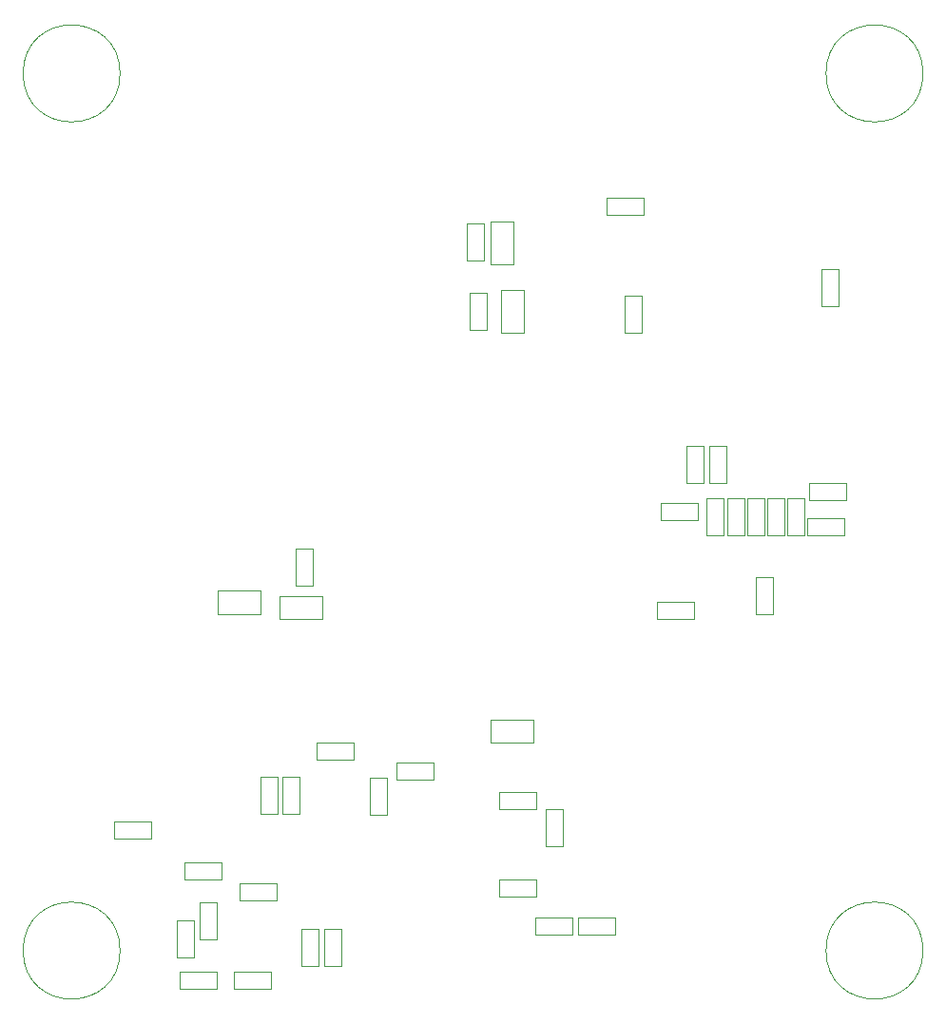
<source format=gbr>
%TF.GenerationSoftware,Altium Limited,Altium Designer,20.0.11 (256)*%
G04 Layer_Color=32896*
%FSLAX26Y26*%
%MOIN*%
%TF.FileFunction,Other,Mechanical_4*%
%TF.Part,Single*%
G01*
G75*
%TA.AperFunction,NonConductor*%
%ADD159C,0.004000*%
D159*
X365000Y205000D02*
G03*
X365000Y205000I-170000J0D01*
G01*
Y3280000D02*
G03*
X365000Y3280000I-170000J0D01*
G01*
X3180000D02*
G03*
X3180000Y3280000I-170000J0D01*
G01*
Y205000D02*
G03*
X3180000Y205000I-170000J0D01*
G01*
X1072401Y1368622D02*
Y1448622D01*
X922402D02*
X1072401D01*
X922402Y1368622D02*
X1072401D01*
X922402D02*
Y1448622D01*
X1813465Y935000D02*
Y1015000D01*
X1663465D02*
X1813465D01*
X1663465Y935000D02*
X1813465D01*
X1663465D02*
Y1015000D01*
X1745000Y2610000D02*
Y2760000D01*
X1665000D02*
X1745000D01*
X1665000Y2610000D02*
X1745000D01*
X1665000D02*
Y2760000D01*
X2910000Y1785000D02*
Y1845000D01*
X2780000D02*
X2910000D01*
X2780000Y1785000D02*
X2910000D01*
X2780000D02*
Y1845000D01*
X1780000Y2370000D02*
Y2520000D01*
X1700000D02*
X1780000D01*
X1700000Y2370000D02*
X1780000D01*
X1700000D02*
Y2520000D01*
X2195000Y2370000D02*
Y2500000D01*
X2135000D02*
X2195000D01*
X2135000Y2370000D02*
X2195000D01*
X2135000D02*
Y2500000D01*
X2885000Y2465000D02*
Y2595000D01*
X2825000D02*
X2885000D01*
X2825000Y2465000D02*
X2885000D01*
X2825000D02*
Y2595000D01*
X625000Y180000D02*
Y310000D01*
X565000D02*
X625000D01*
X565000Y180000D02*
X625000D01*
X565000D02*
Y310000D01*
X1140000Y150000D02*
Y280000D01*
X1080000D02*
X1140000D01*
X1080000Y150000D02*
X1140000D01*
X1080000D02*
Y280000D01*
X475000Y596500D02*
Y656500D01*
X345000D02*
X475000D01*
X345000Y596500D02*
X475000D01*
X345000D02*
Y656500D01*
X856402Y1384748D02*
Y1466748D01*
X708402D02*
X856402D01*
X708402Y1384748D02*
X856402D01*
X708402D02*
Y1466748D01*
X1000000Y150000D02*
Y280000D01*
X1060000D01*
Y150000D02*
Y280000D01*
X1000000Y150000D02*
X1060000D01*
X765315Y70000D02*
X895315D01*
X765315D02*
Y130000D01*
X895315D01*
Y70000D02*
Y130000D01*
X573465D02*
X703465D01*
Y70000D02*
Y130000D01*
X573465Y70000D02*
X703465D01*
X573465D02*
Y130000D01*
X980000Y1484016D02*
X1040000D01*
Y1614016D01*
X980000D02*
X1040000D01*
X980000Y1484016D02*
Y1614016D01*
X1580000Y2625000D02*
X1640000D01*
Y2755000D01*
X1580000D02*
X1640000D01*
X1580000Y2625000D02*
Y2755000D01*
X1823465Y700000D02*
Y760000D01*
X1693465D02*
X1823465D01*
X1693465Y700000D02*
Y760000D01*
Y700000D02*
X1823465D01*
Y395000D02*
Y455000D01*
X1693465D02*
X1823465D01*
X1693465Y395000D02*
Y455000D01*
Y395000D02*
X1823465D01*
X858465Y815000D02*
X918465D01*
X858465Y685000D02*
Y815000D01*
Y685000D02*
X918465D01*
Y815000D01*
X1463465Y805000D02*
Y865000D01*
X1333465D02*
X1463465D01*
X1333465Y805000D02*
Y865000D01*
Y805000D02*
X1463465D01*
X1183465Y875000D02*
Y935000D01*
X1053465D02*
X1183465D01*
X1053465Y875000D02*
Y935000D01*
Y875000D02*
X1183465D01*
X1858465Y700000D02*
X1918465D01*
X1858465Y570000D02*
Y700000D01*
Y570000D02*
X1918465D01*
Y700000D01*
X933465Y685000D02*
X993465D01*
Y815000D01*
X933465D02*
X993465D01*
X933465Y685000D02*
Y815000D01*
X2350000Y1975000D02*
X2410000D01*
X2350000Y1845000D02*
Y1975000D01*
Y1845000D02*
X2410000D01*
Y1975000D01*
X2430000D02*
X2490000D01*
X2430000Y1845000D02*
Y1975000D01*
Y1845000D02*
X2490000D01*
Y1975000D01*
X2775000Y1661535D02*
Y1721535D01*
Y1661535D02*
X2905000D01*
Y1721535D01*
X2775000D02*
X2905000D01*
X2260000Y1715000D02*
Y1775000D01*
Y1715000D02*
X2390000D01*
Y1775000D01*
X2260000D02*
X2390000D01*
X2595000Y1515000D02*
X2655000D01*
X2595000Y1385000D02*
Y1515000D01*
Y1385000D02*
X2655000D01*
Y1515000D01*
X2765000Y1660000D02*
Y1790000D01*
X2705000Y1660000D02*
X2765000D01*
X2705000D02*
Y1790000D01*
X2765000D01*
X2695157Y1660000D02*
Y1790000D01*
X2635157Y1660000D02*
X2695157D01*
X2635157D02*
Y1790000D01*
X2695157D01*
X2625000Y1660000D02*
Y1790000D01*
X2565000Y1660000D02*
X2625000D01*
X2565000D02*
Y1790000D01*
X2625000D01*
X2555000Y1660000D02*
Y1790000D01*
X2495000Y1660000D02*
X2555000D01*
X2495000D02*
Y1790000D01*
X2555000D01*
X1590000Y2380000D02*
X1650000D01*
Y2510000D01*
X1590000D02*
X1650000D01*
X1590000Y2380000D02*
Y2510000D01*
X1970000Y260000D02*
Y320000D01*
Y260000D02*
X2100000D01*
Y320000D01*
X1970000D02*
X2100000D01*
X2248344Y1426929D02*
X2378344D01*
Y1366929D02*
Y1426929D01*
X2248344Y1366929D02*
X2378344D01*
X2248344D02*
Y1426929D01*
X1240276Y812008D02*
X1300276D01*
X1240276Y682008D02*
Y812008D01*
Y682008D02*
X1300276D01*
Y812008D01*
X2420000Y1790000D02*
X2480000D01*
X2420000Y1660000D02*
Y1790000D01*
Y1660000D02*
X2480000D01*
Y1790000D01*
X1949000Y260000D02*
Y320000D01*
X1819000D02*
X1949000D01*
X1819000Y260000D02*
Y320000D01*
Y260000D02*
X1949000D01*
X720000Y455000D02*
Y515000D01*
X590000D02*
X720000D01*
X590000Y455000D02*
Y515000D01*
Y455000D02*
X720000D01*
X785000Y380000D02*
Y440000D01*
Y380000D02*
X915000D01*
Y440000D01*
X785000D02*
X915000D01*
X2069782Y2785000D02*
Y2845000D01*
Y2785000D02*
X2199782D01*
Y2845000D01*
X2069782D02*
X2199782D01*
X645000Y375000D02*
X705000D01*
X645000Y245000D02*
Y375000D01*
Y245000D02*
X705000D01*
Y375000D01*
%TF.MD5,9540534cc58b3947bd46c8b04c7c2f9f*%
M02*

</source>
